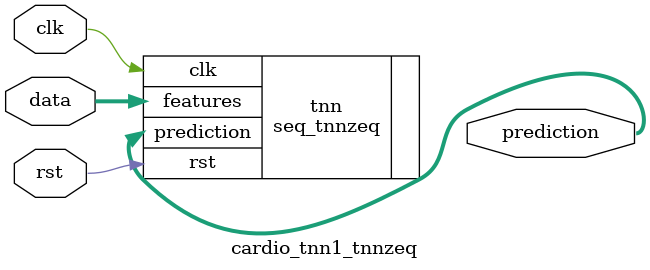
<source format=v>












module cardio_tnn1_tnnzeq #(

parameter FEAT_CNT = 19,
parameter HIDDEN_CNT = 40,
parameter FEAT_BITS = 4,
parameter CLASS_CNT = 3,
parameter TEST_CNT = 1000




  ) (
  input clk,
  input rst,
  input [FEAT_CNT*FEAT_BITS-1:0] data,
  output [$clog2(CLASS_CNT)-1:0] prediction
  );

  seq_tnnzeq #(
      .FEAT_CNT(FEAT_CNT),.FEAT_BITS(FEAT_BITS),.HIDDEN_CNT(HIDDEN_CNT),.CLASS_CNT(CLASS_CNT),
  .SPARSE_VALS(760'b1000001000111100001100110000100110000010000000000100010100100000000110101010110100000000000000100001000000001000110000110100000100001000110000001010101010001011011101100100000000101101001110000001000000000000001010000000001000100000101011100100010001100010000000101000000000001000010000010000010010001011000100010000000000001000000000000000100001101001000001000000001010011010011010000000011000101000010100010000101010000000000010010101000001010000011000000000001010000000000000000001011000000001011100000000010101010000001001000100000000010110101000000000010010100100001000000001000010001010001000000000000010000100010000100010100000001001000000010000100100101000101001000100000001010100000001100000001001000000010001101101100010000000001001000100000000110110),
  .MASK(760'b1100101000111101011111110000101110101011000000110100111100100000011110111010111100110000010010100001100000101010111100111101000110111100110000101110111011111111111101111100101010101101011111111111100000001000101011000010001100110000111011110110010101100011101000101010000010101000010010010001011011001011000110010010011010101000000000101000100011101001000101011000011011111110011011100100111110111100010100010101101010000000100111110101001001011010111010100001001111110101110000000001011100000011011100110010111111011000001001001110000110010110101001010010011111100110101000100001110111011110011001100100000010010110110100110110111100001001001011010100110110111101101111110101000101110101010001110101011001010110010001111101100110000101001101100100000000110110),
  .NONZERO_CNT(640'h0b0b090909070c0a110c09080a0906090804090b0d08080a0b040d08080b0a070b090c0c0a0a0807),
  .SPARSE_VALS2(39'b101110010111100011111111011101111110001),  // Bits of not-zeroes
  .COL_INDICES(312'h26211f1b130f0d0b080705040225211e1c1b0f0c090706050201252421201c1b1a18110c0a0301), // Column of non-zeros
  .ROW_PTRS(32'h271a0d00) // Column of non-zeros // Start indices per row
      ) tnn (
    .clk(clk),
    .rst(rst),
    .features(data),
    .prediction(prediction)
  );

endmodule

</source>
